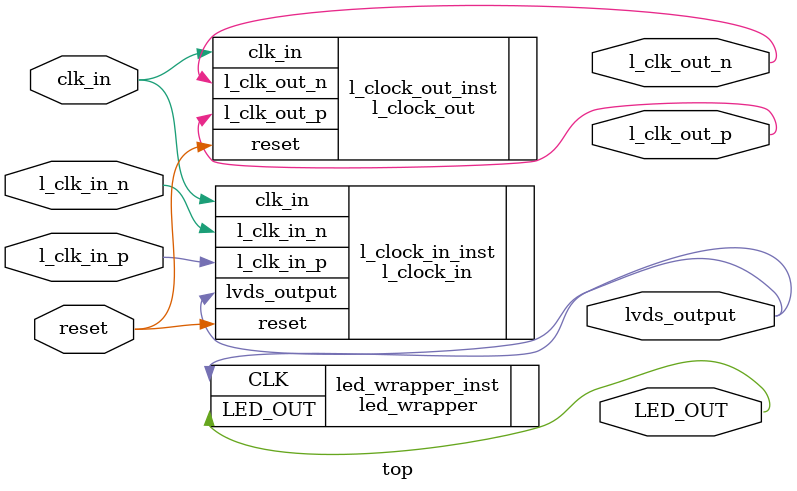
<source format=v>
`timescale 1ns / 1ps


module top(
    input wire clk_in,        // Input clock signal
    input wire reset,         // Reset signal
    input wire l_clk_in_p,    // Positive LVDS clock output
    input wire l_clk_in_n,     // Negative LVDS clock output  
    output wire l_clk_out_p,    // Positive LVDS clock input
    output wire l_clk_out_n,     // Negative LVDS clock input
    output wire lvds_output,
    output wire LED_OUT
    );
    //wire lvds_output;
    
    l_clock_out l_clock_out_inst (
    .clk_in(clk_in),    // Connecting input port 'a' to in1
    .reset(reset),    // Connecting input port 'b' to in2
    .l_clk_out_p(l_clk_out_p),    // Connecting output port 'y' to out1
    .l_clk_out_n(l_clk_out_n));
        
        
    l_clock_in l_clock_in_inst (
    .clk_in(clk_in),    // Connecting input port 'a' to in1
    .reset(reset),    // Connecting input port 'b' to in2
    .l_clk_in_p(l_clk_in_p),    // Connecting output port 'y' to out1
    .l_clk_in_n(l_clk_in_n),
    .lvds_output(lvds_output));

    led_wrapper led_wrapper_inst (
    .CLK(lvds_output),
    .LED_OUT(LED_OUT));
    
endmodule

</source>
